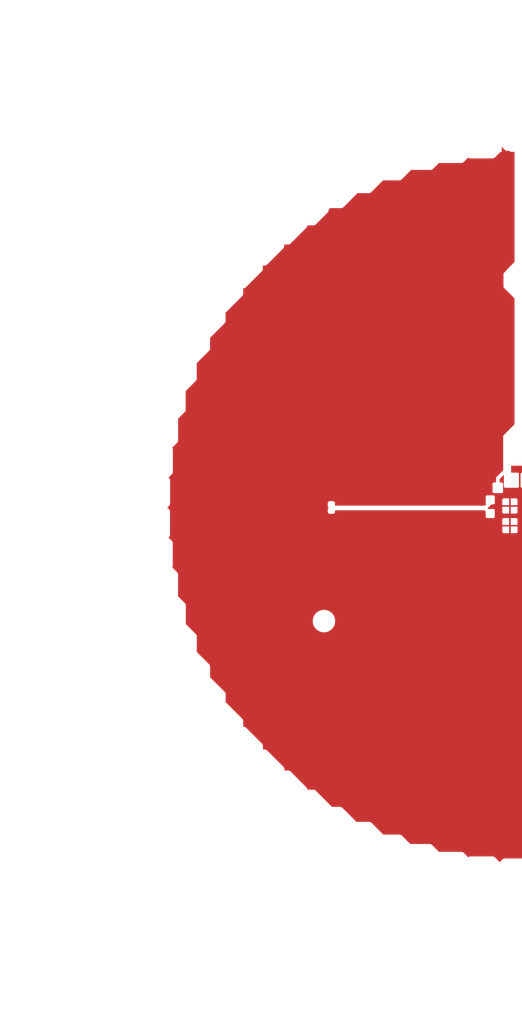
<source format=kicad_pcb>
(kicad_pcb (version 20240108) (generator "pcbnew") (generator_version "8.0")

(layers
  (0 "F.Cu" signal)
  (31 "B.Cu" signal)
  (32 "B.Adhes" user "B.Adhesive")
  (33 "F.Adhes" user "F.Adhesive")
  (34 "B.Paste" user)
  (35 "F.Paste" user)
  (36 "B.SilkS" user "B.Silkscreen")
  (37 "F.SilkS" user "F.Silkscreen")
  (38 "B.Mask" user)
  (39 "F.Mask" user)
  (40 "Dwgs.User" user "User.Drawings")
  (41 "Cmts.User" user "User.Comments")
  (42 "Eco1.User" user "User.Eco1")
  (43 "Eco2.User" user "User.Eco2")
  (44 "Edge.Cuts" user)
  (45 "Margin" user)
  (46 "B.CrtYd" user "B.Courtyard")
  (47 "F.CrtYd" user "F.Courtyard")
  (48 "B.Fab" user)
  (49 "F.Fab" user)
  (50 "User.1" user)
  (51 "User.2" user)
  (52 "User.3" user)
  (53 "User.4" user)
  (54 "User.5" user)
  (55 "User.6" user)
  (56 "User.7" user)
  (57 "User.8" user)
  (58 "User.9" user)
)

(net 0 "")
(net 1 "Net-(D1-DOUT)")
(net 2 "+5V")
(net 3 "Net-(D1-DIN)")
(net 4 "GND")
(net 5 "Net-(D2-DOUT)")
(net 6 "Net-(D3-DOUT)")
(net 7 "Net-(D4-DOUT)")
(net 8 "Net-(D5-DOUT)")
(net 9 "Net-(D6-DOUT)")
(net 10 "Net-(D7-DOUT)")
(net 11 "Net-(D8-DOUT)")
(net 12 "Net-(D10-DIN)")
(net 13 "Net-(D10-DOUT)")
(net 14 "Net-(D11-DOUT)")
(net 15 "Net-(D12-DOUT)")
(net 16 "Net-(D13-DOUT)")
(net 17 "Net-(D14-DOUT)")
(net 18 "Net-(D15-DOUT)")
(net 19 "Net-(D16-DOUT)")
(net 20 "Net-(D17-DOUT)")
(net 21 "Net-(D18-DOUT)")
(net 22 "Net-(D20-DOUT)")
(net 23 "Net-(D21-DOUT)")
(net 24 "Net-(D22-DOUT)")
(net 25 "Net-(D23-DOUT)")
(net 26 "Net-(D24-DOUT)")
(net 27 "Net-(D25-DOUT)")
(net 28 "Net-(D26-DOUT)")
(net 29 "Net-(D27-DOUT)")
(net 30 "Net-(D28-DOUT)")
(net 31 "Net-(D29-DOUT)")
(net 32 "Net-(D30-DOUT)")
(net 33 "Net-(D31-DOUT)")
(net 34 "Net-(D32-DOUT)")
(net 35 "Net-(D33-DOUT)")
(net 36 "Net-(D34-DOUT)")
(net 37 "Net-(D35-DOUT)")
(net 38 "Net-(D36-DOUT)")
(net 39 "Net-(D37-DOUT)")
(net 40 "Net-(D38-DOUT)")
(net 41 "Net-(D39-DOUT)")
(net 42 "Net-(D40-DOUT)")
(net 43 "Net-(D41-DOUT)")
(net 44 "Net-(D42-DOUT)")
(net 45 "Net-(D43-DOUT)")
(net 46 "Net-(D44-DOUT)")
(net 47 "Net-(D45-DOUT)")
(net 48 "Net-(D50-DOUT)")
(net 49 "Net-(D51-DOUT)")
(net 50 "Net-(D52-DOUT)")
(net 51 "Net-(D53-DOUT)")
(net 52 "Net-(D54-DOUT)")
(net 53 "Net-(D55-DOUT)")
(net 54 "Net-(D56-DOUT)")
(net 55 "Net-(D57-DOUT)")
(net 56 "Net-(D58-DOUT)")
(net 57 "Net-(D59-DOUT)")
(net 58 "Net-(D60-DOUT)")
(net 59 "Net-(D61-DOUT)")
(net 60 "Net-(D62-DOUT)")
(net 61 "Net-(D63-DOUT)")
(net 62 "Net-(D64-DOUT)")
(net 63 "Net-(D65-DOUT)")
(net 64 "Net-(D66-DOUT)")
(net 65 "Net-(D67-DOUT)")
(net 66 "Net-(D68-DOUT)")
(net 67 "Net-(D69-DOUT)")
(net 68 "Net-(D70-DOUT)")
(net 69 "unconnected-(D75-DOUT-Pad2)")
(net 70 "Net-(TH1-Pad1)")
(net 71 "Net-(TH1-Pad2)")
(net 72 "Net-(TH2-Pad1)")
(net 73 "Net-(TH2-Pad2)")
(net 74 "+24V")
(net 75 "Net-(D19-DOUT)")
(net 76 "Net-(D46-DOUT)")
(net 77 "Net-(D47-DOUT)")
(net 78 "Net-(D48-DOUT)")
(net 79 "Net-(D49-DOUT)")
(net 80 "Net-(D71-DOUT)")
(net 81 "Net-(D72-DOUT)")
(net 82 "Net-(D73-DOUT)")
(net 83 "Net-(D74-DOUT)")
(net 84 "/Heater 1")
(net 85 "/Heater 2")


  (zone (net 85) (net_name "/Heater 2") (layer "F.Cu")(uuid "517aac63-45fc-4857-b796-c6849117ea3c")
 (hatch edge 0.5)
    (connect_pads (clearance 0.5))
    (min_thickness 0.25) (filled_areas_thickness no)
    (fill yes (thermal_gap 0.5) (thermal_bridge_width 0.5))
    (polygon
      (pts
        (xy 0 -186)
        (xy -172.5 -50.5)
        (xy -162.5 73)
        (xy 0 152)
      )
    )
    (filled_polygon
      (layer "F.Cu")
      (pts
        (xy -6.576695 -137.413227)
        (xy -6.550588 -137.393276)
        (xy -5.642938 -136.485626)
        (xy -5.642928 -136.485615)
        (xy -5.638598 -136.481285)
        (xy -5.638597 -136.481284)
        (xy -5.526793 -136.36948)
        (xy -5.454786 -136.327908)
        (xy -5.439982 -136.319361)
        (xy -5.43998 -136.319359)
        (xy -5.401633 -136.297219)
        (xy -5.389862 -136.290423)
        (xy -5.237135 -136.2495)
        (xy -5.237134 -136.2495)
        (xy -4.264141 -136.2495)
        (xy -4.197102 -136.229815)
        (xy -4.151347 -136.177011)
        (xy -4.14797 -136.16886)
        (xy -4.143796 -136.157669)
        (xy -4.143795 -136.157668)
        (xy -4.143794 -136.157665)
        (xy -4.057548 -136.042456)
        (xy -4.057545 -136.042453)
        (xy -3.942336 -135.956207)
        (xy -3.942329 -135.956203)
        (xy -3.807483 -135.905909)
        (xy -3.807484 -135.905909)
        (xy -3.800556 -135.905165)
        (xy -3.747873 -135.8995)
        (xy -2.6015 -135.899501)
        (xy -2.534461 -135.879816)
        (xy -2.488706 -135.827013)
        (xy -2.4775 -135.775501)
        (xy -2.4775 -99.585582)
        (xy -2.497185 -99.518543)
        (xy -2.513819 -99.497901)
        (xy -4.980519 -97.031202)
        (xy -4.980521 -97.031199)
        (xy -5.00558 -96.987795)
        (xy -5.023422 -96.95689)
        (xy -5.030639 -96.94439)
        (xy -5.030641 -96.944388)
        (xy -5.059575 -96.894275)
        (xy -5.059578 -96.894267)
        (xy -5.070668 -96.852882)
        (xy -5.102761 -96.797297)
        (xy -5.898197 -96.00186)
        (xy -6.010002 -95.890056)
        (xy -6.010003 -95.890054)
        (xy -6.052667 -95.816157)
        (xy -6.08906 -95.753123)
        (xy -6.129984 -95.600395)
        (xy -6.129984 -95.600393)
        (xy -6.129984 -95.432292)
        (xy -6.129983 -95.432279)
        (xy -6.129983 -91.503389)
        (xy -6.129984 -91.503371)
        (xy -6.129984 -91.337665)
        (xy -6.129985 -91.337665)
        (xy -6.129984 -91.337662)
        (xy -6.08906 -91.184934)
        (xy -6.061969 -91.138011)
        (xy -6.010006 -91.048007)
        (xy -6.010002 -91.048002)
        (xy -5.891134 -90.929134)
        (xy -5.891128 -90.929129)
        (xy -2.513819 -87.55182)
        (xy -2.480334 -87.490497)
        (xy -2.4775 -87.464139)
        (xy -2.4775 -45.987842)
        (xy -2.497185 -45.920803)
        (xy -2.513819 -45.900161)
        (xy -6.107519 -42.306462)
        (xy -6.107521 -42.306459)
        (xy -6.157639 -42.21965)
        (xy -6.157641 -42.219648)
        (xy -6.186575 -42.169535)
        (xy -6.186576 -42.169534)
        (xy -6.186577 -42.169529)
        (xy -6.227501 -42.016801)
        (xy -6.227501 -42.016799)
        (xy -6.227501 -41.848698)
        (xy -6.2275 -41.848685)
        (xy -6.2275 -30.800098)
        (xy -6.247185 -30.733059)
        (xy -6.263819 -30.712417)
        (xy -8.480519 -28.495718)
        (xy -8.480521 -28.495716)
        (xy -8.497295 -28.466662)
        (xy -8.504385 -28.45438)
        (xy -8.559577 -28.358785)
        (xy -8.600501 -28.206057)
        (xy -8.600501 -28.206055)
        (xy -8.600501 -28.037954)
        (xy -8.6005 -28.037941)
        (xy -8.6005 -26.8745)
        (xy -8.620185 -26.807461)
        (xy -8.672989 -26.761706)
        (xy -8.7245 -26.7505)
        (xy -9.297871 -26.7505)
        (xy -9.297877 -26.750499)
        (xy -9.357484 -26.744092)
        (xy -9.492329 -26.693798)
        (xy -9.492336 -26.693794)
        (xy -9.607545 -26.607548)
        (xy -9.607548 -26.607545)
        (xy -9.693794 -26.492336)
        (xy -9.693798 -26.492329)
        (xy -9.744092 -26.357483)
        (xy -9.750499 -26.297884)
        (xy -9.750499 -26.297877)
        (xy -9.7505 -26.297865)
        (xy -9.7505 -23.70213)
        (xy -9.750499 -23.702124)
        (xy -9.744092 -23.642517)
        (xy -9.693798 -23.507672)
        (xy -9.693794 -23.507665)
        (xy -9.607548 -23.392456)
        (xy -9.607545 -23.392453)
        (xy -9.492336 -23.306207)
        (xy -9.492329 -23.306203)
        (xy -9.357483 -23.255909)
        (xy -9.357484 -23.255909)
        (xy -9.350556 -23.255165)
        (xy -9.297873 -23.2495)
        (xy -6.702128 -23.249501)
        (xy -6.642517 -23.255909)
        (xy -6.507669 -23.306204)
        (xy -6.392454 -23.392454)
        (xy -6.306204 -23.507669)
        (xy -6.255909 -23.642517)
        (xy -6.2495 -23.702127)
        (xy -6.249501 -26.297872)
        (xy -6.255909 -26.357483)
        (xy -6.306204 -26.492331)
        (xy -6.306205 -26.492332)
        (xy -6.306207 -26.492336)
        (xy -6.392453 -26.607545)
        (xy -6.392456 -26.607548)
        (xy -6.507665 -26.693794)
        (xy -6.507672 -26.693798)
        (xy -6.642518 -26.744092)
        (xy -6.642517 -26.744092)
        (xy -6.702117 -26.750499)
        (xy -6.702119 -26.7505)
        (xy -6.702127 -26.7505)
        (xy -6.702135 -26.7505)
        (xy -7.2755 -26.7505)
        (xy -7.342539 -26.770185)
        (xy -7.388294 -26.822989)
        (xy -7.3995 -26.8745)
        (xy -7.3995 -27.826903)
        (xy -7.379815 -27.893942)
        (xy -7.363181 -27.914584)
        (xy -6.823384 -28.454381)
        (xy -6.212179 -29.065587)
        (xy -6.150858 -29.09907)
        (xy -6.081166 -29.094086)
        (xy -6.025233 -29.052214)
        (xy -6.000816 -28.98675)
        (xy -6.0005 -28.977904)
        (xy -6.0005 -25.45213)
        (xy -6.000499 -25.452124)
        (xy -5.994092 -25.392517)
        (xy -5.943798 -25.257672)
        (xy -5.943794 -25.257665)
        (xy -5.857548 -25.142456)
        (xy -5.857545 -25.142453)
        (xy -5.742336 -25.056207)
        (xy -5.742329 -25.056203)
        (xy -5.607483 -25.005909)
        (xy -5.607484 -25.005909)
        (xy -5.600556 -25.005165)
        (xy -5.547873 -24.9995)
        (xy -1.452128 -24.999501)
        (xy -1.392517 -25.005909)
        (xy -1.257669 -25.056204)
        (xy -1.142454 -25.142454)
        (xy -1.056204 -25.257669)
        (xy -1.005909 -25.392517)
        (xy -0.9995 -25.452127)
        (xy -0.999501 -29.547872)
        (xy -1.005909 -29.607483)
        (xy -1.018708 -29.641798)
        (xy -1.056203 -29.742329)
        (xy -1.056207 -29.742336)
        (xy -1.142453 -29.857545)
        (xy -1.142456 -29.857548)
        (xy -1.257665 -29.943794)
        (xy -1.257672 -29.943798)
        (xy -1.392518 -29.994092)
        (xy -1.392517 -29.994092)
        (xy -1.452117 -30.000499)
        (xy -1.452119 -30.0005)
        (xy -1.452127 -30.0005)
        (xy -1.452135 -30.0005)
        (xy -3.4755 -30.0005)
        (xy -3.542539 -30.020185)
        (xy -3.588294 -30.072989)
        (xy -3.5995 -30.1245)
        (xy -3.5995 -32.1755)
        (xy -3.579815 -32.242539)
        (xy -3.527011 -32.288294)
        (xy -3.4755 -32.2995)
        (xy -0.124 -32.2995)
        (xy -0.056961 -32.279815)
        (xy -0.011206 -32.227011)
        (xy 0 -32.1755)
        (xy 0 -30.117031)
        (xy -0.019685 -30.049992)
        (xy -0.072489 -30.004237)
        (xy -0.100117 -29.996655)
        (xy -0.099932 -29.995876)
        (xy -0.10748 -29.994093)
        (xy -0.242329 -29.943798)
        (xy -0.242336 -29.943794)
        (xy -0.357545 -29.857548)
        (xy -0.357548 -29.857545)
        (xy -0.443794 -29.742336)
        (xy -0.443798 -29.742329)
        (xy -0.494092 -29.607483)
        (xy -0.495122 -29.597898)
        (xy -0.500499 -29.547877)
        (xy -0.5005 -29.547865)
        (xy -0.5005 -25.45213)
        (xy -0.500499 -25.452124)
        (xy -0.494092 -25.392517)
        (xy -0.443798 -25.257672)
        (xy -0.443794 -25.257665)
        (xy -0.357548 -25.142456)
        (xy -0.357545 -25.142453)
        (xy -0.242336 -25.056207)
        (xy -0.242329 -25.056203)
        (xy -0.107483 -25.005909)
        (xy -0.099938 -25.004126)
        (xy -0.100443 -25.00199)
        (xy -0.046205 -24.979532)
        (xy -0.00635 -24.922144)
        (xy 0 -24.882971)
        (xy 0 97.230808)
        (xy -0.019685 97.297847)
        (xy -0.072489 97.343602)
        (xy -0.124 97.354808)
        (xy -5.589225 97.354808)
        (xy -5.589249 97.354807)
        (xy -5.59436 97.354807)
        (xy -5.775453 97.354807)
        (xy -5.835074 97.36425)
        (xy -5.954317 97.383137)
        (xy -6.126543 97.439095)
        (xy -6.126546 97.439096)
        (xy -6.287904 97.521314)
        (xy -6.434401 97.627749)
        (xy -6.434406 97.627753)
        (xy -6.528793 97.722141)
        (xy -6.562459 97.755807)
        (xy -6.562462 97.75581)
        (xy -6.933755 98.127104)
        (xy -7.280033 98.473382)
        (xy -7.341356 98.506867)
        (xy -7.367714 98.509701)
        (xy -7.388109 98.509701)
        (xy -7.455148 98.490016)
        (xy -7.47579 98.473382)
        (xy -8.8677 97.081471)
        (xy -8.867709 97.081461)
        (xy -8.928181 97.020989)
        (xy -9.000092 96.949078)
        (xy -9.000096 96.949075)
        (xy -9.0001 96.949071)
        (xy -9.146596 96.842637)
        (xy -9.146597 96.842636)
        (xy -9.146599 96.842635)
        (xy -9.198293 96.816295)
        (xy -9.307954 96.760419)
        (xy -9.307957 96.760418)
        (xy -9.480184 96.704459)
        (xy -9.50194 96.701014)
        (xy -9.60333 96.684955)
        (xy -9.659047 96.67613)
        (xy -9.840139 96.67613)
        (xy -9.84525 96.67613)
        (xy -9.845274 96.676131)
        (xy -16.884084 96.676131)
        (xy -16.884108 96.67613)
        (xy -16.889219 96.67613)
        (xy -17.070312 96.67613)
        (xy -17.070317 96.67613)
        (xy -17.249176 96.704458)
        (xy -17.364637 96.741975)
        (xy -17.398473 96.752969)
        (xy -17.398476 96.75297)
        (xy -17.421403 96.760418)
        (xy -17.58276 96.842634)
        (xy -17.691531 96.921661)
        (xy -17.757338 96.94514)
        (xy -17.825392 96.929314)
        (xy -17.852097 96.909023)
        (xy -19.17924 95.58188)
        (xy -19.179249 95.58187)
        (xy -19.211735 95.549384)
        (xy -19.311632 95.449487)
        (xy -19.311636 95.449484)
        (xy -19.31164 95.44948)
        (xy -19.458136 95.343046)
        (xy -19.458137 95.343045)
        (xy -19.458139 95.343044)
        (xy -19.509833 95.316704)
        (xy -19.619494 95.260828)
        (xy -19.619497 95.260827)
        (xy -19.791723 95.204869)
        (xy -19.881156 95.190704)
        (xy -19.970587 95.176539)
        (xy -20.151679 95.176539)
        (xy -20.15679 95.176539)
        (xy -20.156814 95.17654)
        (xy -26.979793 95.17654)
        (xy -26.979817 95.176539)
        (xy -26.984928 95.176539)
        (xy -27.166021 95.176539)
        (xy -27.253554 95.190403)
        (xy -27.349695 95.205631)
        (xy -27.349979 95.203838)
        (xy -27.412004 95.20071)
        (xy -27.458802 95.171325)
        (xy -29.651582 92.978545)
        (xy -29.651591 92.978535)
        (xy -29.712015 92.918111)
        (xy -29.783974 92.846152)
        (xy -29.783978 92.846149)
        (xy -29.783982 92.846145)
        (xy -29.930478 92.739711)
        (xy -29.930479 92.73971)
        (xy -29.930481 92.739709)
        (xy -30.003837 92.702332)
        (xy -30.091836 92.657493)
        (xy -30.091842 92.657491)
        (xy -30.264065 92.601534)
        (xy -30.264122 92.601524)
        (xy -30.429216 92.575376)
        (xy -30.442929 92.573204)
        (xy -30.624021 92.573204)
        (xy -30.629132 92.573204)
        (xy -30.629156 92.573205)
        (xy -36.58827 92.573205)
        (xy -36.588294 92.573204)
        (xy -36.593405 92.573204)
        (xy -36.774498 92.573204)
        (xy -36.774503 92.573204)
        (xy -36.844749 92.58433)
        (xy -36.914042 92.575376)
        (xy -36.951828 92.549538)
        (xy -39.620965 89.880401)
        (xy -39.620974 89.880391)
        (xy -39.670592 89.830773)
        (xy -39.753357 89.748008)
        (xy -39.753361 89.748005)
        (xy -39.753365 89.748001)
        (xy -39.899861 89.641567)
        (xy -39.899862 89.641566)
        (xy -39.899864 89.641565)
        (xy -39.951558 89.615225)
        (xy -40.061219 89.559349)
        (xy -40.061222 89.559348)
        (xy -40.233448 89.50339)
        (xy -40.322881 89.489225)
        (xy -40.412312 89.47506)
        (xy -40.593404 89.47506)
        (xy -40.598515 89.47506)
        (xy -40.598539 89.475061)
        (xy -45.800485 89.475061)
        (xy -45.867524 89.455376)
        (xy -45.888166 89.438742)
        (xy -49.643687 85.683221)
        (xy -49.643696 85.683211)
        (xy -49.693856 85.633051)
        (xy -49.776079 85.550828)
        (xy -49.776083 85.550825)
        (xy -49.776087 85.550821)
        (xy -49.922583 85.444387)
        (xy -49.922584 85.444386)
        (xy -49.922586 85.444385)
        (xy -49.980663 85.414793)
        (xy -50.083941 85.362169)
        (xy -50.083944 85.362168)
        (xy -50.25617 85.30621)
        (xy -50.345603 85.292045)
        (xy -50.435034 85.27788)
        (xy -50.616126 85.27788)
        (xy -50.621237 85.27788)
        (xy -50.621261 85.277881)
        (xy -54.672076 85.277881)
        (xy -54.739115 85.258196)
        (xy -54.759757 85.241562)
        (xy -59.278948 80.72237)
        (xy -59.278957 80.72236)
        (xy -59.344998 80.656319)
        (xy -59.41134 80.589977)
        (xy -59.411344 80.589974)
        (xy -59.411348 80.58997)
        (xy -59.557844 80.483536)
        (xy -59.557845 80.483535)
        (xy -59.557847 80.483534)
        (xy -59.609541 80.457194)
        (xy -59.719202 80.401318)
        (xy -59.719205 80.401317)
        (xy -59.891431 80.345359)
        (xy -59.980864 80.331194)
        (xy -60.070295 80.317029)
        (xy -60.251387 80.317029)
        (xy -60.256498 80.317029)
        (xy -60.256522 80.31703)
        (xy -62.822885 80.31703)
        (xy -62.889924 80.297345)
        (xy -62.926299 80.260182)
        (xy -62.926587 80.260392)
        (xy -62.928011 80.258432)
        (xy -62.928617 80.257813)
        (xy -62.929445 80.256463)
        (xy -62.929451 80.256451)
        (xy -62.982983 80.18277)
        (xy -63.035888 80.109951)
        (xy -63.035892 80.109947)
        (xy -63.035894 80.109944)
        (xy -63.163946 79.981892)
        (xy -63.163947 79.981891)
        (xy -63.167058 79.97878)
        (xy -63.167073 79.978766)
        (xy -68.083951 75.061888)
        (xy -68.08396 75.061878)
        (xy -68.147732 74.998106)
        (xy -68.216343 74.929495)
        (xy -68.216347 74.929492)
        (xy -68.216351 74.929488)
        (xy -68.362847 74.823054)
        (xy -68.362848 74.823053)
        (xy -68.36285 74.823052)
        (xy -68.414544 74.796712)
        (xy -68.524205 74.740836)
        (xy -68.524208 74.740835)
        (xy -68.696434 74.684877)
        (xy -68.785867 74.670712)
        (xy -68.875298 74.656547)
        (xy -69.05639 74.656547)
        (xy -69.061501 74.656547)
        (xy -69.061525 74.656548)
        (xy -70.786236 74.656548)
        (xy -70.853275 74.636863)
        (xy -70.89903 74.584059)
        (xy -70.908709 74.551946)
        (xy -70.924275 74.453668)
        (xy -70.969505 74.314462)
        (xy -70.980234 74.28144)
        (xy -70.980235 74.281437)
        (xy -71.017644 74.208019)
        (xy -71.06245 74.120083)
        (xy -71.072362 74.106441)
        (xy -71.168887 73.973583)
        (xy -71.168891 73.973579)
        (xy -71.168893 73.973576)
        (xy -71.296945 73.845524)
        (xy -71.296946 73.845523)
        (xy -71.300057 73.842412)
        (xy -71.300072 73.842398)
        (xy -76.400845 68.741625)
        (xy -76.400854 68.741615)
        (xy -76.405185 68.737284)
        (xy -76.533237 68.609232)
        (xy -76.533241 68.609229)
        (xy -76.533245 68.609225)
        (xy -76.679741 68.502791)
        (xy -76.679742 68.50279)
        (xy -76.679744 68.502789)
        (xy -76.761545 68.461109)
        (xy -76.841099 68.420573)
        (xy -76.841102 68.420572)
        (xy -77.013328 68.364614)
        (xy -77.102761 68.350449)
        (xy -77.192192 68.336284)
        (xy -77.373284 68.336284)
        (xy -77.378395 68.336284)
        (xy -77.378419 68.336285)
        (xy -78.402541 68.336285)
        (xy -78.46958 68.3166)
        (xy -78.515335 68.263796)
        (xy -78.526541 68.212285)
        (xy -78.526541 67.98542)
        (xy -78.52654 67.985395)
        (xy -78.52654 67.799193)
        (xy -78.531929 67.765171)
        (xy -78.55487 67.62033)
        (xy -78.61083 67.4481)
        (xy -78.618286 67.433467)
        (xy -78.618287 67.433465)
        (xy -78.618287 67.433466)
        (xy -78.693045 67.286745)
        (xy -78.72265 67.245997)
        (xy -78.799482 67.140245)
        (xy -78.799486 67.140241)
        (xy -78.799488 67.140238)
        (xy -78.92754 67.012186)
        (xy -78.927541 67.012185)
        (xy -78.930652 67.009074)
        (xy -78.930667 67.00906)
        (xy -84.133856 61.805871)
        (xy -84.133865 61.805861)
        (xy -84.138196 61.80153)
        (xy -84.266248 61.673478)
        (xy -84.266252 61.673475)
        (xy -84.266256 61.673471)
        (xy -84.412752 61.567037)
        (xy -84.412753 61.567036)
        (xy -84.412755 61.567035)
        (xy -84.464449 61.540695)
        (xy -84.57411 61.484819)
        (xy -84.574113 61.484818)
        (xy -84.746339 61.42886)
        (xy -84.835772 61.414695)
        (xy -84.925203 61.40053)
        (xy -85.106295 61.40053)
        (xy -85.111406 61.40053)
        (xy -85.11143 61.400531)
        (xy -85.477202 61.400531)
        (xy -85.544241 61.380846)
        (xy -85.589996 61.328042)
        (xy -85.601202 61.276531)
        (xy -85.601202 60.345387)
        (xy -85.601201 60.345362)
        (xy -85.601201 60.15916)
        (xy -85.601201 60.159159)
        (xy -85.629531 59.980296)
        (xy -85.657511 59.894181)
        (xy -85.68549 59.808068)
        (xy -85.685491 59.808065)
        (xy -85.737429 59.706133)
        (xy -85.767706 59.646711)
        (xy -85.821553 59.572597)
        (xy -85.874149 59.500204)
        (xy -86.002201 59.372152)
        (xy -86.002202 59.372151)
        (xy -86.005313 59.36904)
        (xy -86.005328 59.369026)
        (xy -91.066022 54.308332)
        (xy -91.066031 54.308322)
        (xy -91.070362 54.303991)
        (xy -91.198414 54.175939)
        (xy -91.198418 54.175936)
        (xy -91.198422 54.175932)
        (xy -91.344918 54.069498)
        (xy -91.344919 54.069497)
        (xy -91.344921 54.069496)
        (xy -91.406953 54.037889)
        (xy -91.506276 53.98728)
        (xy -91.506279 53.987279)
        (xy -91.678505 53.931321)
        (xy -91.767938 53.917156)
        (xy -91.857369 53.902991)
        (xy -91.997956 53.902991)
        (xy -92.064995 53.883306)
        (xy -92.11075 53.830502)
        (xy -92.121956 53.778991)
        (xy -92.121956 52.13739)
        (xy -92.121955 52.137365)
        (xy -92.121955 51.951163)
        (xy -92.121955 51.951162)
        (xy -92.150285 51.7723)
        (xy -92.196246 51.630845)
        (xy -92.206244 51.600072)
        (xy -92.206245 51.600069)
        (xy -92.288461 51.438714)
        (xy -92.355581 51.346331)
        (xy -92.355582 51.346329)
        (xy -92.355583 51.346327)
        (xy -92.3949 51.292212)
        (xy -92.394901 51.292211)
        (xy -92.394903 51.292208)
        (xy -92.522955 51.164156)
        (xy -92.522956 51.164155)
        (xy -92.526067 51.161044)
        (xy -92.526082 51.16103)
        (xy -97.399996 46.287116)
        (xy -97.400005 46.287106)
        (xy -97.421415 46.265696)
        (xy -97.532388 46.154723)
        (xy -97.532392 46.15472)
        (xy -97.532396 46.154716)
        (xy -97.678892 46.048282)
        (xy -97.678893 46.048281)
        (xy -97.678895 46.04828)
        (xy -97.730589 46.02194)
        (xy -97.84025 45.966064)
        (xy -97.840253 45.966063)
        (xy -97.855379 45.961149)
        (xy -97.913054 45.921712)
        (xy -97.940253 45.857353)
        (xy -97.941061 45.843218)
        (xy -97.941061 43.256801)
        (xy -97.94106 43.256776)
        (xy -97.94106 43.070574)
        (xy -97.941667 43.066739)
        (xy -97.96939 42.891711)
        (xy -98.02535 42.719481)
        (xy -98.02535 42.71948)
        (xy -98.107566 42.558124)
        (xy -98.130756 42.526207)
        (xy -98.130758 42.526204)
        (xy -98.214003 42.411625)
        (xy -98.214006 42.411622)
        (xy -98.214008 42.411619)
        (xy -98.34206 42.283567)
        (xy -98.342061 42.283566)
        (xy -98.345172 42.280455)
        (xy -98.345187 42.280441)
        (xy -102.81755 37.808078)
        (xy -102.817559 37.808068)
        (xy -102.860339 37.765288)
        (xy -102.949942 37.675685)
        (xy -102.96064 37.667912)
        (xy -103.017445 37.62664)
        (xy -103.06011 37.571309)
        (xy -103.068558 37.526323)
        (xy -103.068558 34.171555)
        (xy -103.068557 34.17153)
        (xy -103.068557 33.985329)
        (xy -103.068557 33.985328)
        (xy -103.096887 33.806465)
        (xy -103.124867 33.72035)
        (xy -103.152846 33.634237)
        (xy -103.152847 33.634234)
        (xy -103.235063 33.472878)
        (xy -103.24187 33.463509)
        (xy -103.248678 33.454139)
        (xy -103.341505 33.326373)
        (xy -103.469557 33.198321)
        (xy -103.469558 33.19832)
        (xy -103.472669 33.195209)
        (xy -103.472684 33.195195)
        (xy -107.432387 29.235492)
        (xy -107.465872 29.174169)
        (xy -107.468706 29.147811)
        (xy -107.468706 24.199752)
        (xy -107.468705 24.199727)
        (xy -107.468705 24.013526)
        (xy -107.472585 23.989031)
        (xy -107.497035 23.834662)
        (xy -107.552995 23.662432)
        (xy -107.552995 23.662431)
        (xy -107.63521 23.501077)
        (xy -107.640173 23.494246)
        (xy -107.741653 23.35457)
        (xy -107.869705 23.226518)
        (xy -107.869706 23.226517)
        (xy -107.872817 23.223406)
        (xy -107.872832 23.223392)
        (xy -111.074438 20.021786)
        (xy -111.107923 19.960463)
        (xy -111.110757 19.934105)
        (xy -111.110757 18.999999)
        (xy -69.157578 18.999999)
        (xy -69.157578 19)
        (xy -69.137278 19.387339)
        (xy -69.076603 19.770427)
        (xy -69.076603 19.770429)
        (xy -68.976212 20.145094)
        (xy -68.837213 20.507197)
        (xy -68.661123 20.852793)
        (xy -68.449878 21.178082)
        (xy -68.414601 21.221645)
        (xy -68.205781 21.479516)
        (xy -67.931516 21.753781)
        (xy -67.931512 21.753784)
        (xy -67.630083 21.997877)
        (xy -67.304794 22.209122)
        (xy -67.304789 22.209125)
        (xy -66.959194 22.385214)
        (xy -66.597087 22.524214)
        (xy -66.222433 22.624602)
        (xy -65.839338 22.685278)
        (xy -65.473424 22.704455)
        (xy -65.452001 22.705578)
        (xy -65.452 22.705578)
        (xy -65.451999 22.705578)
        (xy -65.431699 22.704514)
        (xy -65.064662 22.685278)
        (xy -64.681567 22.624602)
        (xy -64.306913 22.524214)
        (xy -63.944806 22.385214)
        (xy -63.599211 22.209125)
        (xy -63.273916 21.997876)
        (xy -62.972484 21.753781)
        (xy -62.698219 21.479516)
        (xy -62.454124 21.178084)
        (xy -62.242875 20.852789)
        (xy -62.066786 20.507194)
        (xy -61.927786 20.145087)
        (xy -61.827398 19.770433)
        (xy -61.766722 19.387338)
        (xy -61.746422 19)
        (xy -61.766722 18.612662)
        (xy -61.827398 18.229567)
        (xy -61.927786 17.854913)
        (xy -62.066786 17.492806)
        (xy -62.242875 17.147211)
        (xy -62.351856 16.979395)
        (xy -62.454123 16.821917)
        (xy -62.653618 16.575562)
        (xy -62.698219 16.520484)
        (xy -62.972484 16.246219)
        (xy -63.105314 16.138655)
        (xy -63.273918 16.002122)
        (xy -63.599207 15.790877)
        (xy -63.944803 15.614787)
        (xy -64.306906 15.475788)
        (xy -64.306913 15.475786)
        (xy -64.681567 15.375398)
        (xy -64.681571 15.375397)
        (xy -64.681572 15.375397)
        (xy -65.064661 15.314722)
        (xy -65.451999 15.294422)
        (xy -65.452001 15.294422)
        (xy -65.83934 15.314722)
        (xy -66.222428 15.375397)
        (xy -66.22243 15.375397)
        (xy -66.597095 15.475788)
        (xy -66.959198 15.614787)
        (xy -67.304794 15.790877)
        (xy -67.630083 16.002122)
        (xy -67.931512 16.246215)
        (xy -67.93152 16.246222)
        (xy -68.205778 16.52048)
        (xy -68.205785 16.520488)
        (xy -68.449878 16.821917)
        (xy -68.661123 17.147206)
        (xy -68.837213 17.492802)
        (xy -68.976212 17.854905)
        (xy -69.076603 18.22957)
        (xy -69.076603 18.229572)
        (xy -69.137278 18.61266)
        (xy -69.157578 18.999999)
        (xy -111.110757 18.999999)
        (xy -111.110757 13.963659)
        (xy -111.110756 13.963634)
        (xy -111.110756 13.777432)
        (xy -111.110756 13.777431)
        (xy -111.139086 13.598569)
        (xy -111.195046 13.426339)
        (xy -111.195046 13.426338)
        (xy -111.231539 13.354718)
        (xy -111.277261 13.264984)
        (xy -111.303337 13.229093)
        (xy -111.383698 13.118484)
        (xy -111.383702 13.11848)
        (xy -111.383704 13.118477)
        (xy -111.511756 12.990425)
        (xy -111.511757 12.990424)
        (xy -111.514868 12.987313)
        (xy -111.514883 12.987299)
        (xy -113.631689 10.870493)
        (xy -113.665174 10.80917)
        (xy -113.666481 10.763415)
        (xy -113.654415 10.68724)
        (xy -113.654415 10.506147)
        (xy -113.654415 10.501746)
        (xy -113.654416 10.501731)
        (xy -113.654416 3.77904)
        (xy -113.654415 3.779015)
        (xy -113.654415 3.592814)
        (xy -113.676172 3.455452)
        (xy -113.682745 3.41395)
        (xy -113.738705 3.24172)
        (xy -113.738705 3.241719)
        (xy -113.767176 3.185843)
        (xy -113.82092 3.080365)
        (xy -113.830832 3.066723)
        (xy -113.927357 2.933865)
        (xy -113.927361 2.933861)
        (xy -113.927363 2.933858)
        (xy -114.055415 2.805806)
        (xy -114.055416 2.805805)
        (xy -114.058527 2.802694)
        (xy -114.058542 2.80268)
        (xy -115.541935 1.319287)
        (xy -115.57542 1.257964)
        (xy -115.570436 1.188272)
        (xy -115.564738 1.17531)
        (xy -115.503405 1.054939)
        (xy -115.503405 1.054938)
        (xy -115.503402 1.054933)
        (xy -115.447441 0.882703)
        (xy -115.43548 0.807184)
        (xy -115.419112 0.703845)
        (xy -115.419112 0.518346)
        (xy -115.419113 0.518331)
        (xy -115.419113 -6.581849)
        (xy -115.419112 -6.581874)
        (xy -115.419112 -6.768076)
        (xy -115.419112 -6.768077)
        (xy -115.447442 -6.946939)
        (xy -115.503402 -7.119169)
        (xy -115.514212 -7.140385)
        (xy -115.585617 -7.280524)
        (xy -115.604146 -7.306027)
        (xy -115.692054 -7.427024)
        (xy -115.692058 -7.427028)
        (xy -115.69206 -7.427031)
        (xy -115.820112 -7.555083)
        (xy -115.820113 -7.555084)
        (xy -115.823224 -7.558195)
        (xy -115.823239 -7.558209)
        (xy -116.743 -8.47797)
        (xy -116.776485 -8.539293)
        (xy -116.771501 -8.608985)
        (xy -116.743003 -8.65333)
        (xy -116.740136 -8.656197)
        (xy -116.725741 -8.670593)
        (xy -116.725736 -8.670596)
        (xy -116.718673 -8.677659)
        (xy -116.718671 -8.67766)
        (xy -116.590619 -8.805712)
        (xy -116.484176 -8.952219)
        (xy -116.401961 -9.113574)
        (xy -116.346001 -9.285804)
        (xy -116.339365 -9.327708)
        (xy -116.338115 -9.335594)
        (xy -116.338115 -9.335595)
        (xy -116.325827 -9.413176)
        (xy -116.317671 -9.464667)
        (xy -116.317671 -9.645759)
        (xy -116.317671 -9.65016)
        (xy -116.317672 -9.650175)
        (xy -116.317672 -10.452156)
        (xy -6.5 -10.452156)
        (xy -6.493599 -10.392628)
        (xy -6.493597 -10.392621)
        (xy -6.443355 -10.257914)
        (xy -6.443351 -10.257907)
        (xy -6.357191 -10.142813)
        (xy -6.357188 -10.14281)
        (xy -6.242094 -10.05665)
        (xy -6.242087 -10.056646)
        (xy -6.10738 -10.006404)
        (xy -6.107373 -10.006402)
        (xy -6.047845 -10.000001)
        (xy -6.047828 -10)
        (xy -4.25 -10)
        (xy -3.75 -10)
        (xy -1.952172 -10)
        (xy -1.952156 -10.000001)
        (xy -1.892628 -10.006402)
        (xy -1.892621 -10.006404)
        (xy -1.757914 -10.056646)
        (xy -1.757907 -10.05665)
        (xy -1.642813 -10.14281)
        (xy -1.64281 -10.142813)
        (xy -1.55665 -10.257907)
        (xy -1.556646 -10.257914)
        (xy -1.506404 -10.392621)
        (xy -1.506402 -10.392628)
        (xy -1.500001 -10.452156)
        (xy -1.5 -10.452173)
        (xy -1.5 -12.25)
        (xy -3.75 -12.25)
        (xy -3.75 -10)
        (xy -4.25 -10)
        (xy -4.25 -12.25)
        (xy -6.5 -12.25)
        (xy -6.5 -10.452156)
        (xy -116.317672 -10.452156)
        (xy -116.317672 -14.547845)
        (xy -6.5 -14.547845)
        (xy -6.5 -12.75)
        (xy -4.25 -12.75)
        (xy -3.75 -12.75)
        (xy -1.5 -12.75)
        (xy -1.5 -14.547828)
        (xy -1.500001 -14.547845)
        (xy -1.506402 -14.607373)
        (xy -1.506404 -14.60738)
        (xy -1.556646 -14.742087)
        (xy -1.55665 -14.742094)
        (xy -1.64281 -14.857188)
        (xy -1.642813 -14.857191)
        (xy -1.757907 -14.943351)
        (xy -1.757914 -14.943355)
        (xy -1.892621 -14.993597)
        (xy -1.892628 -14.993599)
        (xy -1.952156 -15)
        (xy -3.75 -15)
        (xy -3.75 -12.75)
        (xy -4.25 -12.75)
        (xy -4.25 -15)
        (xy -6.047845 -15)
        (xy -6.107373 -14.993599)
        (xy -6.10738 -14.993597)
        (xy -6.242087 -14.943355)
        (xy -6.242094 -14.943351)
        (xy -6.357188 -14.857191)
        (xy -6.357191 -14.857188)
        (xy -6.443351 -14.742094)
        (xy -6.443355 -14.742087)
        (xy -6.493597 -14.60738)
        (xy -6.493599 -14.607373)
        (xy -6.5 -14.547845)
        (xy -116.317672 -14.547845)
        (xy -116.317672 -16.971105)
        (xy -116.317671 -16.97113)
        (xy -116.317671 -17.157332)
        (xy -116.320241 -17.17356)
        (xy -116.346001 -17.336195)
        (xy -116.401961 -17.508425)
        (xy -116.414942 -17.533902)
        (xy -116.484176 -17.66978)
        (xy -116.494088 -17.683422)
        (xy -116.590613 -17.81628)
        (xy -116.590617 -17.816284)
        (xy -116.590619 -17.816287)
        (xy -116.718671 -17.944339)
        (xy -116.718672 -17.94434)
        (xy -116.721783 -17.947451)
        (xy -116.721798 -17.947465)
        (xy -117.151977 -18.377644)
        (xy -117.185462 -18.438967)
        (xy -117.180478 -18.508659)
        (xy -117.151981 -18.553001)
        (xy -116.69447 -19.010513)
        (xy -116.694463 -19.010518)
        (xy -116.687403 -19.017578)
        (xy -116.687401 -19.017579)
        (xy -116.559349 -19.145631)
        (xy -116.452906 -19.292138)
        (xy -116.370691 -19.453493)
        (xy -116.314731 -19.625723)
        (xy -116.308236 -19.66673)
        (xy -116.30672 -19.676298)
        (xy -116.286401 -19.804588)
        (xy -116.286401 -19.900017)
        (xy -64.2005 -19.900017)
        (xy -64.2005 -19.099999)
        (xy -64.200499 -19.099981)
        (xy -64.19 -18.997204)
        (xy -64.189999 -18.997201)
        (xy -64.160096 -18.906961)
        (xy -64.134814 -18.830666)
        (xy -64.075644 -18.734735)
        (xy -64.042711 -18.681343)
        (xy -63.949049 -18.587681)
        (xy -63.915564 -18.526358)
        (xy -63.920548 -18.456666)
        (xy -63.949049 -18.412319)
        (xy -64.042711 -18.318658)
        (xy -64.134813 -18.169337)
        (xy -64.134815 -18.169332)
        (xy -64.162651 -18.08533)
        (xy -64.189999 -18.002797)
        (xy -64.189999 -18.002796)
        (xy -64.19 -18.002796)
        (xy -64.2005 -17.900017)
        (xy -64.2005 -17.099999)
        (xy -64.200499 -17.099981)
        (xy -64.19 -16.997204)
        (xy -64.189999 -16.997201)
        (xy -64.175078 -16.952173)
        (xy -64.134814 -16.830666)
        (xy -64.042712 -16.681344)
        (xy -63.918656 -16.557288)
        (xy -63.769334 -16.465186)
        (xy -63.602797 -16.410001)
        (xy -63.500009 -16.3995)
        (xy -62.499992 -16.399501)
        (xy -62.499984 -16.399502)
        (xy -62.499981 -16.399502)
        (xy -62.443698 -16.405252)
        (xy -62.397203 -16.410001)
        (xy -62.230666 -16.465186)
        (xy -62.081344 -16.557288)
        (xy -61.957288 -16.681344)
        (xy -61.865186 -16.830666)
        (xy -61.810001 -16.997203)
        (xy -61.7995 -17.099991)
        (xy -61.799501 -17.299902)
        (xy -61.779817 -17.366941)
        (xy -61.763182 -17.387584)
        (xy -61.614582 -17.536182)
        (xy -61.553258 -17.569666)
        (xy -61.526901 -17.5725)
        (xy -12.473097 -17.5725)
        (xy -12.406058 -17.552815)
        (xy -12.385416 -17.536181)
        (xy -12.036819 -17.187584)
        (xy -12.003334 -17.126261)
        (xy -12.0005 -17.099903)
        (xy -12.0005 -15.45213)
        (xy -12.000499 -15.452124)
        (xy -11.994092 -15.392517)
        (xy -11.943798 -15.257672)
        (xy -11.943794 -15.257665)
        (xy -11.857548 -15.142456)
        (xy -11.857545 -15.142453)
        (xy -11.742336 -15.056207)
        (xy -11.742329 -15.056203)
        (xy -11.607483 -15.005909)
        (xy -11.607484 -15.005909)
        (xy -11.600556 -15.005165)
        (xy -11.547873 -14.9995)
        (xy -9.452128 -14.999501)
        (xy -9.392517 -15.005909)
        (xy -9.257669 -15.056204)
        (xy -9.142454 -15.142454)
        (xy -9.056204 -15.257669)
        (xy -9.005909 -15.392517)
        (xy -8.9995 -15.452127)
        (xy -8.999501 -16.952156)
        (xy -6.5 -16.952156)
        (xy -6.493599 -16.892628)
        (xy -6.493597 -16.892621)
        (xy -6.443355 -16.757914)
        (xy -6.443351 -16.757907)
        (xy -6.357191 -16.642813)
        (xy -6.357188 -16.64281)
        (xy -6.242094 -16.55665)
        (xy -6.242087 -16.556646)
        (xy -6.10738 -16.506404)
        (xy -6.107373 -16.506402)
        (xy -6.047845 -16.500001)
        (xy -6.047828 -16.5)
        (xy -4.25 -16.5)
        (xy -3.75 -16.5)
        (xy -1.952172 -16.5)
        (xy -1.952156 -16.500001)
        (xy -1.892628 -16.506402)
        (xy -1.892621 -16.506404)
        (xy -1.757914 -16.556646)
        (xy -1.757907 -16.55665)
        (xy -1.642813 -16.64281)
        (xy -1.64281 -16.642813)
        (xy -1.55665 -16.757907)
        (xy -1.556646 -16.757914)
        (xy -1.506404 -16.892621)
        (xy -1.506402 -16.892628)
        (xy -1.500001 -16.952156)
        (xy -1.5 -16.952173)
        (xy -1.5 -18.75)
        (xy -3.75 -18.75)
        (xy -3.75 -16.5)
        (xy -4.25 -16.5)
        (xy -4.25 -18.75)
        (xy -6.5 -18.75)
        (xy -6.5 -16.952156)
        (xy -8.999501 -16.952156)
        (xy -8.999501 -17.547872)
        (xy -9.005909 -17.607483)
        (xy -9.013029 -17.626572)
        (xy -9.056203 -17.742329)
        (xy -9.056207 -17.742336)
        (xy -9.142453 -17.857545)
        (xy -9.142456 -17.857548)
        (xy -9.257665 -17.943794)
        (xy -9.257672 -17.943798)
        (xy -9.392518 -17.994092)
        (xy -9.392517 -17.994092)
        (xy -9.452117 -18.000499)
        (xy -9.452119 -18.0005)
        (xy -9.452127 -18.0005)
        (xy -9.452135 -18.0005)
        (xy -11.099903 -18.0005)
        (xy -11.166942 -18.020185)
        (xy -11.187584 -18.036819)
        (xy -11.313085 -18.16232)
        (xy -11.34657 -18.223643)
        (xy -11.341586 -18.293335)
        (xy -11.313089 -18.337677)
        (xy -10.187584 -19.463183)
        (xy -10.126261 -19.496667)
        (xy -10.099903 -19.499501)
        (xy -9.452129 -19.499501)
        (xy -9.452128 -19.499501)
        (xy -9.392517 -19.505909)
        (xy -9.257669 -19.556204)
        (xy -9.142454 -19.642454)
        (xy -9.056204 -19.757669)
        (xy -9.005909 -19.892517)
        (xy -8.9995 -19.952127)
        (xy -8.999501 -21.047845)
        (xy -6.5 -21.047845)
        (xy -6.5 -19.25)
        (xy -4.25 -19.25)
        (xy -3.75 -19.25)
        (xy -1.5 -19.25)
        (xy -1.5 -21.047828)
        (xy -1.500001 -21.047845)
        (xy -1.506402 -21.107373)
        (xy -1.506404 -21.10738)
        (xy -1.556646 -21.242087)
        (xy -1.55665 -21.242094)
        (xy -1.64281 -21.357188)
        (xy -1.642813 -21.357191)
        (xy -1.757907 -21.443351)
        (xy -1.757914 -21.443355)
        (xy -1.892621 -21.493597)
        (xy -1.892628 -21.493599)
        (xy -1.952156 -21.5)
        (xy -3.75 -21.5)
        (xy -3.75 -19.25)
        (xy -4.25 -19.25)
        (xy -4.25 -21.5)
        (xy -6.047845 -21.5)
        (xy -6.107373 -21.493599)
        (xy -6.10738 -21.493597)
        (xy -6.242087 -21.443355)
        (xy -6.242094 -21.443351)
        (xy -6.357188 -21.357191)
        (xy -6.357191 -21.357188)
        (xy -6.443351 -21.242094)
        (xy -6.443355 -21.242087)
        (xy -6.493597 -21.10738)
        (xy -6.493599 -21.107373)
        (xy -6.5 -21.047845)
        (xy -8.999501 -21.047845)
        (xy -8.999501 -22.047872)
        (xy -9.005909 -22.107483)
        (xy -9.056204 -22.242331)
        (xy -9.056205 -22.242332)
        (xy -9.056207 -22.242336)
        (xy -9.142453 -22.357545)
        (xy -9.142456 -22.357548)
        (xy -9.257665 -22.443794)
        (xy -9.257672 -22.443798)
        (xy -9.392518 -22.494092)
        (xy -9.392517 -22.494092)
        (xy -9.452117 -22.500499)
        (xy -9.452119 -22.5005)
        (xy -9.452127 -22.5005)
        (xy -9.452136 -22.5005)
        (xy -11.547871 -22.5005)
        (xy -11.547877 -22.500499)
        (xy -11.607484 -22.494092)
        (xy -11.742329 -22.443798)
        (xy -11.742336 -22.443794)
        (xy -11.857545 -22.357548)
        (xy -11.857548 -22.357545)
        (xy -11.943794 -22.242336)
        (xy -11.943798 -22.242329)
        (xy -11.994092 -22.107483)
        (xy -12.000499 -22.047884)
        (xy -12.000499 -22.047877)
        (xy -12.0005 -22.047865)
        (xy -12.0005 -19.95213)
        (xy -12.000499 -19.952124)
        (xy -11.994092 -19.892517)
        (xy -11.943798 -19.757672)
        (xy -11.943797 -19.75767)
        (xy -11.90334 -19.703627)
        (xy -11.860841 -19.646855)
        (xy -11.857393 -19.64225)
        (xy -11.832976 -19.576786)
        (xy -11.847827 -19.508513)
        (xy -11.868979 -19.480258)
        (xy -12.212416 -19.136819)
        (xy -12.273739 -19.103334)
        (xy -12.300097 -19.1005)
        (xy -61.675501 -19.1005)
        (xy -61.74254 -19.120185)
        (xy -61.788295 -19.172989)
        (xy -61.799501 -19.2245)
        (xy -61.799501 -19.900002)
        (xy -61.799502 -19.900019)
        (xy -61.810001 -20.002797)
        (xy -61.810002 -20.0028)
        (xy -61.865186 -20.169334)
        (xy -61.957288 -20.318656)
        (xy -62.081344 -20.442712)
        (xy -62.230666 -20.534814)
        (xy -62.397203 -20.589999)
        (xy -62.397205 -20.59)
        (xy -62.49999 -20.6005)
        (xy -63.500002 -20.6005)
        (xy -63.50002 -20.600499)
        (xy -63.602797 -20.59)
        (xy -63.6028 -20.589999)
        (xy -63.769332 -20.534815)
        (xy -63.769337 -20.534813)
        (xy -63.918658 -20.442711)
        (xy -64.042711 -20.318658)
        (xy -64.134813 -20.169337)
        (xy -64.134814 -20.169334)
        (xy -64.189999 -20.002797)
        (xy -64.189999 -20.002796)
        (xy -64.19 -20.002796)
        (xy -64.2005 -19.900017)
        (xy -116.286401 -19.900017)
        (xy -116.286401 -19.99008)
        (xy -116.286402 -19.990095)
        (xy -116.286402 -27.258739)
        (xy -116.286401 -27.258764)
        (xy -116.286401 -27.444965)
        (xy -116.286401 -27.444966)
        (xy -116.314731 -27.623829)
        (xy -116.370691 -27.796059)
        (xy -116.370691 -27.79606)
        (xy -116.434961 -27.922195)
        (xy -116.452906 -27.957414)
        (xy -116.518679 -28.047943)
        (xy -116.525458 -28.057273)
        (xy -116.559344 -28.103916)
        (xy -116.690513 -28.235085)
        (xy -116.690528 -28.235099)
        (xy -116.731583 -28.276154)
        (xy -116.765068 -28.337477)
        (xy -116.760084 -28.407169)
        (xy -116.731583 -28.451516)
        (xy -116.377625 -28.805474)
        (xy -115.775213 -29.407887)
        (xy -115.775194 -29.407903)
        (xy -115.770233 -29.412865)
        (xy -115.77023 -29.412866)
        (xy -115.642178 -29.540918)
        (xy -115.535735 -29.687425)
        (xy -115.45352 -29.84878)
        (xy -115.446542 -29.870254)
        (xy -115.445331 -29.873981)
        (xy -115.411777 -29.977252)
        (xy -115.397559 -30.02101)
        (xy -115.381168 -30.1245)
        (xy -115.36923 -30.199868)
        (xy -115.36923 -30.385367)
        (xy -115.369231 -30.385382)
        (xy -115.369231 -37.412788)
        (xy -115.36923 -37.412813)
        (xy -115.36923 -37.599015)
        (xy -115.382516 -37.682897)
        (xy -115.39756 -37.777879)
        (xy -115.45352 -37.950109)
        (xy -115.45352 -37.95011)
        (xy -115.535736 -38.111466)
        (xy -115.543905 -38.122708)
        (xy -115.553462 -38.135863)
        (xy -115.576942 -38.201667)
        (xy -115.561118 -38.269721)
        (xy -115.540829 -38.296426)
        (xy -114.050929 -39.786326)
        (xy -114.05091 -39.786342)
        (xy -114.045949 -39.791304)
        (xy -114.045946 -39.791305)
        (xy -113.917894 -39.919357)
        (xy -113.811451 -40.065864)
        (xy -113.729236 -40.227219)
        (xy -113.673275 -40.399449)
        (xy -113.67288 -40.401943)
        (xy -113.644946 -40.578307)
        (xy -113.644946 -40.763806)
        (xy -113.644947 -40.763821)
        (xy -113.644947 -47.447243)
        (xy -113.644946 -47.447268)
        (xy -113.644946 -47.63347)
        (xy -113.660129 -47.729329)
        (xy -113.651175 -47.798622)
        (xy -113.62534 -47.836405)
        (xy -111.558033 -49.903711)
        (xy -111.558026 -49.903717)
        (xy -111.550966 -49.910777)
        (xy -111.550964 -49.910778)
        (xy -111.422912 -50.03883)
        (xy -111.316469 -50.185337)
        (xy -111.234254 -50.346692)
        (xy -111.178294 -50.518922)
        (xy -111.149964 -50.697784)
        (xy -111.149964 -50.878877)
        (xy -111.149964 -50.883278)
        (xy -111.149965 -50.883293)
        (xy -111.149965 -56.874298)
        (xy -111.13028 -56.941337)
        (xy -111.113651 -56.961974)
        (xy -107.902958 -60.172668)
        (xy -107.902939 -60.172684)
        (xy -107.897978 -60.177646)
        (xy -107.897975 -60.177647)
        (xy -107.769923 -60.305699)
        (xy -107.66348 -60.452206)
        (xy -107.581265 -60.613561)
        (xy -107.572365 -60.640952)
        (xy -107.525304 -60.785791)
        (xy -107.496975 -60.964649)
        (xy -107.496975 -61.150148)
        (xy -107.496976 -61.150163)
        (xy -107.496976 -66.084517)
        (xy -107.477291 -66.151556)
        (xy -107.460662 -66.172193)
        (xy -103.494899 -70.137957)
        (xy -103.494892 -70.137962)
        (xy -103.487832 -70.145022)
        (xy -103.48783 -70.145023)
        (xy -103.359778 -70.273075)
        (xy -103.253335 -70.419582)
        (xy -103.17112 -70.580937)
        (xy -103.11516 -70.753167)
        (xy -103.091998 -70.899404)
        (xy -103.08683 -70.93203)
        (xy -103.08683 -71.113123)
        (xy -103.08683 -71.117524)
        (xy -103.086831 -71.117539)
        (xy -103.086831 -74.464414)
        (xy -103.067146 -74.531453)
        (xy -103.035715 -74.564733)
        (xy -102.978177 -74.606536)
        (xy -102.978177 -74.606537)
        (xy -102.978173 -74.606539)
        (xy -102.850121 -74.734591)
        (xy -102.85012 -74.734593)
        (xy -102.84306 -74.741653)
        (xy -102.843054 -74.74166)
        (xy -98.379386 -79.205328)
        (xy -98.379379 -79.205334)
        (xy -98.372319 -79.212394)
        (xy -98.372317 -79.212395)
        (xy -98.244265 -79.340447)
        (xy -98.137822 -79.486954)
        (xy -98.055607 -79.648309)
        (xy -97.999647 -79.820539)
        (xy -97.982916 -79.926172)
        (xy -97.971317 -79.999402)
        (xy -97.971317 -80.180494)
        (xy -97.971317 -80.184895)
        (xy -97.971318 -80.18491)
        (xy -97.971318 -82.833419)
        (xy -97.951633 -82.900458)
        (xy -97.903615 -82.943903)
        (xy -97.757102 -83.018555)
        (xy -97.610595 -83.124998)
        (xy -97.482543 -83.25305)
        (xy -97.482542 -83.253052)
        (xy -97.475482 -83.260112)
        (xy -97.475476 -83.26012)
        (xy -92.546887 -88.18871)
        (xy -92.546868 -88.188726)
        (xy -92.541907 -88.193688)
        (xy -92.541904 -88.193689)
        (xy -92.413852 -88.321741)
        (xy -92.307409 -88.468248)
        (xy -92.225194 -88.629603)
        (xy -92.214724 -88.661826)
        (xy -92.169233 -88.801833)
        (xy -92.157011 -88.878998)
        (xy -92.140904 -88.980691)
        (xy -92.140904 -89.16619)
        (xy -92.140905 -89.166205)
        (xy -92.140905 -90.741062)
        (xy -92.12122 -90.808101)
        (xy -92.068416 -90.853856)
        (xy -92.016905 -90.865062)
        (xy -91.962287 -90.865062)
        (xy -91.962286 -90.865062)
        (xy -91.783423 -90.893392)
        (xy -91.611193 -90.949352)
        (xy -91.449838 -91.031567)
        (xy -91.393866 -91.072233)
        (xy -91.303331 -91.13801)
        (xy -91.175279 -91.266062)
        (xy -91.175279 -91.266064)
        (xy -91.168218 -91.273124)
        (xy -91.168212 -91.273132)
        (xy -86.067323 -96.374022)
        (xy -86.067304 -96.374038)
        (xy -86.062343 -96.379)
        (xy -86.06234 -96.379001)
        (xy -85.934288 -96.507053)
        (xy -85.827845 -96.65356)
        (xy -85.74563 -96.814915)
        (xy -85.727553 -96.870551)
        (xy -85.689669 -96.987145)
        (xy -85.672576 -97.095068)
        (xy -85.66134 -97.166003)
        (xy -85.66134 -97.351502)
        (xy -85.661341 -97.351517)
        (xy -85.661341 -98.237839)
        (xy -85.641656 -98.304878)
        (xy -85.588852 -98.350633)
        (xy -85.537341 -98.361839)
        (xy -85.119024 -98.361839)
        (xy -85.119 -98.361838)
        (xy -85.113889 -98.361838)
        (xy -84.932798 -98.361838)
        (xy -84.932797 -98.361838)
        (xy -84.753934 -98.390168)
        (xy -84.581704 -98.446128)
        (xy -84.420349 -98.528343)
        (xy -84.419119 -98.529237)
        (xy -84.273842 -98.634786)
        (xy -84.14579 -98.762838)
        (xy -84.145789 -98.76284)
        (xy -84.138729 -98.7699)
        (xy -84.138723 -98.769907)
        (xy -78.986154 -103.922476)
        (xy -78.986147 -103.922482)
        (xy -78.979087 -103.929542)
        (xy -78.979085 -103.929543)
        (xy -78.851033 -104.057595)
        (xy -78.74459 -104.204102)
        (xy -78.662375 -104.365457)
        (xy -78.606415 -104.537687)
        (xy -78.578085 -104.716549)
        (xy -78.578085 -104.897642)
        (xy -78.578085 -104.902043)
        (xy -78.578086 -104.902058)
        (xy -78.578086 -105.165862)
        (xy -78.558401 -105.232901)
        (xy -78.505597 -105.278656)
        (xy -78.454086 -105.289862)
        (xy -77.379419 -105.289862)
        (xy -77.379395 -105.289861)
        (xy -77.374284 -105.289861)
        (xy -77.193193 -105.289861)
        (xy -77.193192 -105.289861)
        (xy -77.014329 -105.318191)
        (xy -76.842099 -105.374151)
        (xy -76.680744 -105.456366)
        (xy -76.534237 -105.562809)
        (xy -76.406185 -105.690861)
        (xy -76.406184 -105.690863)
        (xy -76.399124 -105.697923)
        (xy -76.399118 -105.697931)
        (xy -71.346716 -110.750334)
        (xy -71.346697 -110.75035)
        (xy -71.341736 -110.755312)
        (xy -71.341733 -110.755313)
        (xy -71.213681 -110.883365)
        (xy -71.107238 -111.029872)
        (xy -71.025023 -111.191227)
        (xy -71.017989 -111.212876)
        (xy -70.969062 -111.363457)
        (xy -70.954168 -111.457494)
        (xy -70.948029 -111.496251)
        (xy -70.9181 -111.559386)
        (xy -70.858788 -111.596317)
        (xy -70.825556 -111.600853)
        (xy -69.043198 -111.600853)
        (xy -69.043174 -111.600852)
        (xy -69.038063 -111.600852)
        (xy -68.856972 -111.600852)
        (xy -68.856971 -111.600852)
        (xy -68.678108 -111.629182)
        (xy -68.505878 -111.685142)
        (xy -68.344523 -111.767357)
        (xy -68.198016 -111.8738)
        (xy -68.069964 -112.001852)
        (xy -68.069963 -112.001854)
        (xy -68.062903 -112.008914)
        (xy -68.062897 -112.008921)
        (xy -64.308341 -115.763477)
        (xy -64.308334 -115.763483)
        (xy -64.301274 -115.770543)
        (xy -64.301272 -115.770544)
        (xy -64.17322 -115.898596)
        (xy -64.066777 -116.045103)
        (xy -63.984562 -116.206458)
        (xy -63.928602 -116.378688)
        (xy -63.900272 -116.55755)
        (xy -63.900272 -116.738643)
        (xy -63.900272 -116.743044)
        (xy -63.900273 -116.743059)
        (xy -63.900273 -116.827114)
        (xy -63.880588 -116.894153)
        (xy -63.863954 -116.914795)
        (xy -63.512957 -117.265792)
        (xy -63.451634 -117.299277)
        (xy -63.425276 -117.302111)
        (xy -59.897667 -117.302111)
        (xy -59.897643 -117.30211)
        (xy -59.892532 -117.30211)
        (xy -59.711441 -117.30211)
        (xy -59.71144 -117.30211)
        (xy -59.532577 -117.33044)
        (xy -59.360347 -117.3864)
        (xy -59.198992 -117.468615)
        (xy -59.052485 -117.575058)
        (xy -58.924433 -117.70311)
        (xy -58.924432 -117.703112)
        (xy -58.917372 -117.710172)
        (xy -58.917366 -117.710179)
        (xy -54.625213 -122.002332)
        (xy -54.625206 -122.002338)
        (xy -54.618146 -122.009398)
        (xy -54.618144 -122.009399)
        (xy -54.490092 -122.137451)
        (xy -54.44476 -122.199847)
        (xy -54.389431 -122.242513)
        (xy -54.344441 -122.250962)
        (xy -50.707972 -122.250962)
        (xy -50.707948 -122.250961)
        (xy -50.702837 -122.250961)
        (xy -50.521746 -122.250961)
        (xy -50.521745 -122.250961)
        (xy -50.342882 -122.279291)
        (xy -50.170652 -122.335251)
        (xy -50.009297 -122.417466)
        (xy -49.963666 -122.450619)
        (xy -49.86279 -122.523909)
        (xy -49.734738 -122.651961)
        (xy -49.734737 -122.651963)
        (xy -49.727677 -122.659023)
        (xy -49.727671 -122.65903)
        (xy -45.958865 -126.427836)
        (xy -45.897542 -126.461321)
        (xy -45.871184 -126.464155)
        (xy -40.654055 -126.464155)
        (xy -40.654031 -126.464154)
        (xy -40.64892 -126.464154)
        (xy -40.467829 -126.464154)
        (xy -40.467828 -126.464154)
        (xy -40.288965 -126.492484)
        (xy -40.116735 -126.548444)
        (xy -39.95538 -126.630659)
        (xy -39.946724 -126.636948)
        (xy -39.808873 -126.737102)
        (xy -39.680821 -126.865154)
        (xy -39.68082 -126.865156)
        (xy -39.67376 -126.872216)
        (xy -39.673755 -126.872223)
        (xy -36.670058 -129.875918)
        (xy -36.608735 -129.909403)
        (xy -36.582377 -129.912237)
        (xy -30.321068 -129.912237)
        (xy -30.321044 -129.912236)
        (xy -30.315933 -129.912236)
        (xy -30.134842 -129.912236)
        (xy -30.134841 -129.912236)
        (xy -29.955978 -129.940566)
        (xy -29.783748 -129.996526)
        (xy -29.622393 -130.078741)
        (xy -29.551029 -130.13059)
        (xy -29.475886 -130.185184)
        (xy -29.347834 -130.313236)
        (xy -29.347833 -130.313238)
        (xy -29.340773 -130.320298)
        (xy -29.340767 -130.320305)
        (xy -27.485239 -132.175834)
        (xy -27.423918 -132.209317)
        (xy -27.378163 -132.210624)
        (xy -27.280962 -132.195228)
        (xy -27.280961 -132.195228)
        (xy -27.094758 -132.195228)
        (xy -27.094734 -132.195229)
        (xy -20.182859 -132.195229)
        (xy -20.182835 -132.195228)
        (xy -20.177724 -132.195228)
        (xy -19.996633 -132.195228)
        (xy -19.996632 -132.195228)
        (xy -19.817769 -132.223558)
        (xy -19.645539 -132.279518)
        (xy -19.484184 -132.361733)
        (xy -19.337677 -132.468176)
        (xy -19.209625 -132.596228)
        (xy -19.209624 -132.59623)
        (xy -19.202564 -132.60329)
        (xy -19.202558 -132.603297)
        (xy -17.889738 -133.916118)
        (xy -17.828417 -133.949601)
        (xy -17.758725 -133.944617)
        (xy -17.729174 -133.928753)
        (xy -17.692737 -133.90228)
        (xy -17.692736 -133.902279)
        (xy -17.654089 -133.8742)
        (xy -17.654087 -133.874199)
        (xy -17.654084 -133.874197)
        (xy -17.578205 -133.835535)
        (xy -17.49273 -133.791982)
        (xy -17.492727 -133.791981)
        (xy -17.438869 -133.774482)
        (xy -17.320499 -133.736022)
        (xy -17.141636 -133.707692)
        (xy -17.141635 -133.707692)
        (xy -16.955432 -133.707692)
        (xy -16.955408 -133.707693)
        (xy -9.843214 -133.707693)
        (xy -9.84319 -133.707692)
        (xy -9.838079 -133.707692)
        (xy -9.656988 -133.707692)
        (xy -9.656987 -133.707692)
        (xy -9.478124 -133.736022)
        (xy -9.305894 -133.791982)
        (xy -9.144539 -133.874197)
        (xy -9.105886 -133.90228)
        (xy -8.998032 -133.98064)
        (xy -8.86998 -134.108692)
        (xy -8.869979 -134.108694)
        (xy -8.862919 -134.115754)
        (xy -8.862913 -134.115761)
        (xy -7.251288 -135.727387)
        (xy -7.189967 -135.76087)
        (xy -7.174423 -135.763231)
        (xy -7.099194 -135.769813)
        (xy -7.079149 -135.771566)
        (xy -7.079147 -135.771567)
        (xy -7.079139 -135.771567)
        (xy -7.020313 -135.783146)
        (xy -6.890362 -135.845003)
        (xy -6.783102 -135.940966)
        (xy -6.707222 -136.06326)
        (xy -6.668871 -136.201978)
        (xy -6.667682 -136.26192)
        (xy -6.687254 -136.485626)
        (xy -6.754467 -137.253868)
        (xy -6.754469 -137.253883)
        (xy -6.759934 -137.281645)
        (xy -6.753568 -137.351225)
        (xy -6.710596 -137.406317)
        (xy -6.64466 -137.42943)
      )
    )
  )

)
</source>
